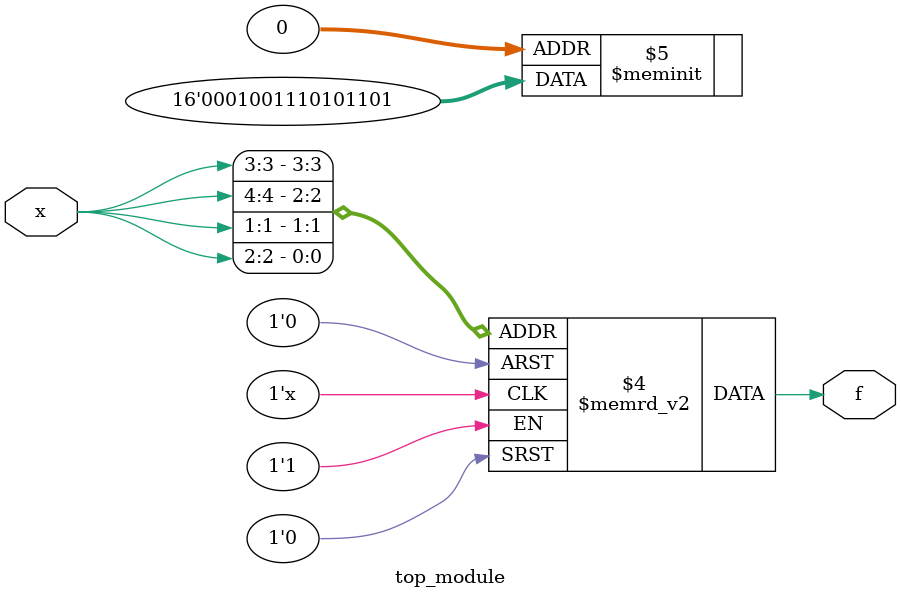
<source format=sv>
module top_module (
    input [4:1] x,
    output logic f
);

always_comb begin
    case ({x[3], x[4], x[1], x[2]})
        4'b0000: f = 1'b1; // d
        4'b0001: f = 1'b0; 
        4'b0011: f = 1'b1;
        4'b0010: f = 1'b1; // d
        4'b0100: f = 1'b0;
        4'b0101: f = 1'b1; // d
        4'b0111: f = 1'b1;
        4'b0110: f = 1'b0; // d
        4'b1000: f = 1'b1;
        4'b1001: f = 1'b1;
        4'b1011: f = 1'b0;
        4'b1010: f = 1'b0; // d
        4'b1100: f = 1'b1;
        4'b1101: f = 1'b0;
        4'b1111: f = 1'b0; // d
        4'b1110: f = 1'b0; // d
        default: f = 1'b0;
    endcase
end

endmodule

</source>
